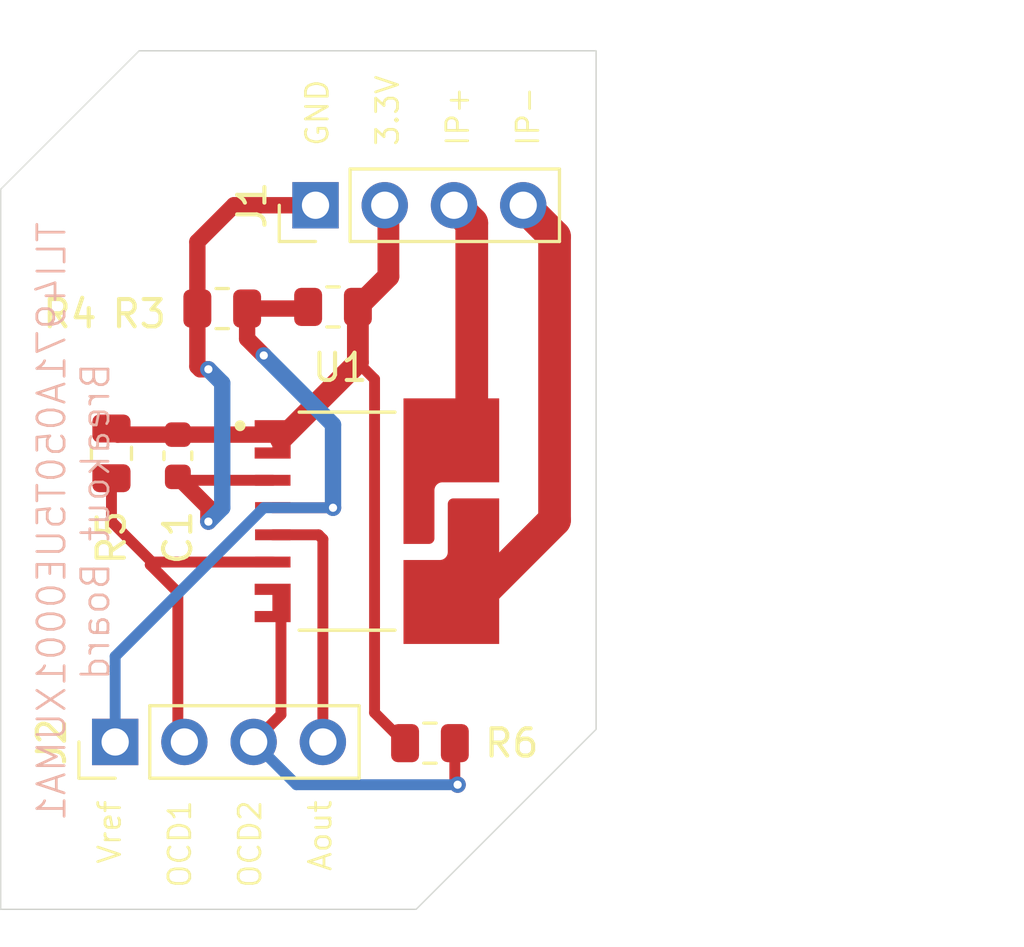
<source format=kicad_pcb>
(kicad_pcb (version 20241229) (generator "pcbnew") (generator_version "9.0")
  (layers (0 "F.Cu" signal) (2 "B.Cu" signal) (13 "F.Paste" user) (15 "B.Paste" user) (5 "F.SilkS" user "F.Silkscreen") (7 "B.SilkS" user "B.Silkscreen") (1 "F.Mask" user) (3 "B.Mask" user) (25 "Edge.Cuts" user))
  (net 0 "")
  (net 1 "GND")
  (net 2 "+3.3V")
  (net 3 "/IP-")
  (net 4 "/IP+")
  (net 5 "/OCD1")
  (net 6 "/AOUT")
  (net 7 "/OCD2")
  (net 8 "/Vref")
  (footprint "Resistor_SMD:R_0805_2012Metric" (layer "F.Cu") (at 139.192 82.04)
    (property "Reference" "R3" (at -7.112 0.256 0) (layer "F.SilkS"))
    (property "Value" "4.7K")
    (fp_line (start -0.227064 -0.735) (end 0.227064 -0.735) (stroke (width 0.12)) (layer "F.SilkS"))
    (fp_line (start -0.227064 0.735) (end 0.227064 0.735) (stroke (width 0.12)) (layer "F.SilkS"))
    (pad "1" smd roundrect (at -0.9125 0) (size 1.025 1.4) (layers "F.Cu" "F.Mask" "F.Paste") (roundrect_rratio 0.243902) (net 8 "/Vref"))
    (pad "2" smd roundrect (at 0.9125 0) (size 1.025 1.4) (layers "F.Cu" "F.Mask" "F.Paste") (roundrect_rratio 0.243902) (net 2 "+3.3V"))
  )
  (footprint "Connector_PinHeader_2.54mm:PinHeader_1x04_P2.54mm_Vertical" (layer "F.Cu") (at 131.2 98 90)
    (property "Reference" "J2" (at 0 -2.33 90) (layer "F.SilkS"))
    (property "Value" "Conn_01x04_Socket")
    (fp_line (start -1.33 -1.33) (end 0 -1.33) (stroke (width 0.12)) (layer "F.SilkS"))
    (fp_line (start -1.33 0) (end -1.33 -1.33) (stroke (width 0.12)) (layer "F.SilkS"))
    (fp_line (start 1.33 1.27) (end 1.33 8.95) (stroke (width 0.12)) (layer "F.SilkS"))
    (fp_line (start -1.33 1.27) (end 1.33 1.27) (stroke (width 0.12)) (layer "F.SilkS"))
    (fp_line (start -1.33 1.27) (end -1.33 8.95) (stroke (width 0.12)) (layer "F.SilkS"))
    (fp_line (start -1.33 8.95) (end 1.33 8.95) (stroke (width 0.12)) (layer "F.SilkS"))
    (pad "1" thru_hole rect (at 0 0 90) (size 1.7 1.7) (drill 1) (layers "*.Cu" "*.Mask") (net 8 "/Vref"))
    (pad "2" thru_hole oval (at 0 2.54 90) (size 1.7 1.7) (drill 1) (layers "*.Cu" "*.Mask") (net 5 "/OCD1"))
    (pad "3" thru_hole oval (at 0 5.08 90) (size 1.7 1.7) (drill 1) (layers "*.Cu" "*.Mask") (net 7 "/OCD2"))
    (pad "4" thru_hole oval (at 0 7.62 90) (size 1.7 1.7) (drill 1) (layers "*.Cu" "*.Mask") (net 6 "/AOUT"))
  )
  (footprint "Resistor_SMD:R_0805_2012Metric" (layer "F.Cu") (at 135.128 82.1)
    (property "Reference" "R4" (at -5.588 0.196 0) (layer "F.SilkS"))
    (property "Value" "4.7K")
    (fp_line (start -0.227064 -0.735) (end 0.227064 -0.735) (stroke (width 0.12)) (layer "F.SilkS"))
    (fp_line (start -0.227064 0.735) (end 0.227064 0.735) (stroke (width 0.12)) (layer "F.SilkS"))
    (pad "1" smd roundrect (at -0.9125 0) (size 1.025 1.4) (layers "F.Cu" "F.Mask" "F.Paste") (roundrect_rratio 0.243902) (net 1 "GND"))
    (pad "2" smd roundrect (at 0.9125 0) (size 1.025 1.4) (layers "F.Cu" "F.Mask" "F.Paste") (roundrect_rratio 0.243902) (net 8 "/Vref"))
  )
  (footprint "Connector_PinHeader_2.54mm:PinHeader_1x04_P2.54mm_Vertical" (layer "F.Cu") (at 138.55 78.31 90)
    (property "Reference" "J1" (at 0 -2.33 90) (layer "F.SilkS"))
    (property "Value" "Conn_01x04_Socket")
    (fp_line (start -1.33 -1.33) (end 0 -1.33) (stroke (width 0.12)) (layer "F.SilkS"))
    (fp_line (start -1.33 0) (end -1.33 -1.33) (stroke (width 0.12)) (layer "F.SilkS"))
    (fp_line (start 1.33 1.27) (end 1.33 8.95) (stroke (width 0.12)) (layer "F.SilkS"))
    (fp_line (start -1.33 1.27) (end 1.33 1.27) (stroke (width 0.12)) (layer "F.SilkS"))
    (fp_line (start -1.33 1.27) (end -1.33 8.95) (stroke (width 0.12)) (layer "F.SilkS"))
    (fp_line (start -1.33 8.95) (end 1.33 8.95) (stroke (width 0.12)) (layer "F.SilkS"))
    (pad "1" thru_hole rect (at 0 0 90) (size 1.7 1.7) (drill 1) (layers "*.Cu" "*.Mask") (net 1 "GND"))
    (pad "2" thru_hole oval (at 0 2.54 90) (size 1.7 1.7) (drill 1) (layers "*.Cu" "*.Mask") (net 2 "+3.3V"))
    (pad "3" thru_hole oval (at 0 5.08 90) (size 1.7 1.7) (drill 1) (layers "*.Cu" "*.Mask") (net 4 "/IP+"))
    (pad "4" thru_hole oval (at 0 7.62 90) (size 1.7 1.7) (drill 1) (layers "*.Cu" "*.Mask") (net 3 "/IP-"))
  )
  (footprint "Resistor_SMD:R_0805_2012Metric" (layer "F.Cu") (at 131.064 87.4125 -90)
    (property "Reference" "R5" (at 3.0875 0 90) (layer "F.SilkS"))
    (property "Value" "4.7K")
    (fp_line (start -0.227064 0.735) (end 0.227064 0.735) (stroke (width 0.12)) (layer "F.SilkS"))
    (fp_line (start -0.227064 -0.735) (end 0.227064 -0.735) (stroke (width 0.12)) (layer "F.SilkS"))
    (pad "1" smd roundrect (at -0.9125 0 270) (size 1.025 1.4) (layers "F.Cu" "F.Mask" "F.Paste") (roundrect_rratio 0.243902) (net 2 "+3.3V"))
    (pad "2" smd roundrect (at 0.9125 0 270) (size 1.025 1.4) (layers "F.Cu" "F.Mask" "F.Paste") (roundrect_rratio 0.243902) (net 5 "/OCD1"))
  )
  (footprint "Capacitor_SMD:C_0603_1608Metric" (layer "F.Cu") (at 133.5 87.5 -90)
    (property "Reference" "C1" (at 3 0 90) (layer "F.SilkS"))
    (property "Value" "220nF")
    (fp_line (start -0.14058 0.51) (end 0.14058 0.51) (stroke (width 0.12)) (layer "F.SilkS"))
    (fp_line (start -0.14058 -0.51) (end 0.14058 -0.51) (stroke (width 0.12)) (layer "F.SilkS"))
    (pad "1" smd roundrect (at -0.775 0 270) (size 0.9 0.95) (layers "F.Cu" "F.Mask" "F.Paste") (net 2 "+3.3V"))
    (pad "2" smd roundrect (at 0.775 0 270) (size 0.9 0.95) (layers "F.Cu" "F.Mask" "F.Paste") (net 1 "GND"))
  )
  (footprint "Resistor_SMD:R_0805_2012Metric" (layer "F.Cu") (at 142.748 98.044)
    (property "Reference" "R6" (at 3 0 0) (layer "F.SilkS"))
    (property "Value" "4.7K")
    (fp_line (start -0.227064 -0.735) (end 0.227064 -0.735) (stroke (width 0.12)) (layer "F.SilkS"))
    (fp_line (start -0.227064 0.735) (end 0.227064 0.735) (stroke (width 0.12)) (layer "F.SilkS"))
    (pad "1" smd roundrect (at -0.9125 0) (size 1.025 1.4) (layers "F.Cu" "F.Mask" "F.Paste") (roundrect_rratio 0.243902) (net 2 "+3.3V"))
    (pad "2" smd roundrect (at 0.9125 0) (size 1.025 1.4) (layers "F.Cu" "F.Mask" "F.Paste") (roundrect_rratio 0.243902) (net 7 "/OCD2"))
  )
  (footprint "TLI4971A050T5UE0001XUMA1:TLI4971A050T5UE0001XUMA1" (layer "F.Cu") (at 140.7825 89.9)
    (property "Reference" "U1" (at -1.325 -5.635 0) (layer "F.SilkS"))
    (property "Value" "TLI4971A050T5UE0001XUMA1")
    (fp_line (start -2.83 -4) (end 0.68 -4) (stroke (width 0.127)) (layer "F.SilkS"))
    (fp_line (start -2.83 4) (end 0.68 4) (stroke (width 0.127)) (layer "F.SilkS"))
    (fp_circle (center -5 -3.5) (end -4.9 -3.5) (stroke (width 0.2)) (fill no) (layer "F.SilkS"))
    (pad "1" smd custom (at -3.5 -3) (size 0.4 0.4) (layers "F.Cu") (net 2 "+3.3V") (options (clearance outline) (anchor rect)) (primitives (gr_poly (pts (xy 0.35 -0.7) (xy 0.35 0.7) (xy -0.96 0.7) (xy -0.96 0.3) (xy -0.31 0.3) (xy -0.31 -0.3) (xy -0.96 -0.3) (xy -0.96 -0.7)) (width 0.01) (fill yes))))
    (pad "2" smd rect (at -3.8 -1.5) (size 1.3 0.4) (layers "F.Cu" "F.Mask") (net 1 "GND"))
    (pad "3" smd rect (at -3.8 -0.5) (size 1.3 0.4) (layers "F.Cu" "F.Mask") (net 8 "/Vref"))
    (pad "4" smd rect (at -3.8 0.5) (size 1.3 0.4) (layers "F.Cu" "F.Mask") (net 6 "/AOUT"))
    (pad "5" smd rect (at -3.8 1.5) (size 1.3 0.4) (layers "F.Cu" "F.Mask") (net 5 "/OCD1"))
    (pad "6" smd custom (at -3.5 3) (size 0.4 0.4) (layers "F.Cu") (net 7 "/OCD2") (options (clearance outline) (anchor rect)) (primitives (gr_poly (pts (xy 0.35 -0.7) (xy 0.35 0.7) (xy -0.96 0.7) (xy -0.96 0.3) (xy -0.31 0.3) (xy -0.31 -0.3) (xy -0.96 -0.3) (xy -0.96 -0.7)) (width 0.01) (fill yes))))
    (pad "7" smd custom (at 3.5 3) (size 0.4 0.4) (layers "F.Cu") (net 3 "/IP-") (options (clearance outline) (anchor rect)) (primitives (gr_poly (pts (xy 1 1.5) (xy -2.5 1.5) (xy -2.5 -1.57) (xy -1.175 -1.57) (xy -1.159 -1.57) (xy -1.144 -1.572) (xy -1.128 -1.574) (xy -1.113 -1.577) (xy -1.097 -1.58) (xy -1.082 -1.585) (xy -1.067 -1.59) (xy -1.053 -1.596) (xy -1.039 -1.603) (xy -1.025 -1.61) (xy -1.012 -1.618) (xy -0.999 -1.627) (xy -0.986 -1.637) (xy -0.974 -1.647) (xy -0.963 -1.658) (xy -0.952 -1.669) (xy -0.942 -1.681) (xy -0.932 -1.694) (xy -0.923 -1.707) (xy -0.915 -1.72) (xy -0.908 -1.734) (xy -0.901 -1.748) (xy -0.895 -1.762) (xy -0.89 -1.777) (xy -0.885 -1.792) (xy -0.882 -1.808) (xy -0.879 -1.823) (xy -0.877 -1.839) (xy -0.875 -1.854) (xy -0.875 -1.87) (xy -0.875 -3.63) (xy -0.875 -3.64) (xy -0.874 -3.651) (xy -0.873 -3.661) (xy -0.871 -3.672) (xy -0.868 -3.682) (xy -0.865 -3.692) (xy -0.862 -3.702) (xy -0.858 -3.711) (xy -0.853 -3.721) (xy -0.848 -3.73) (xy -0.843 -3.739) (xy -0.837 -3.748) (xy -0.83 -3.756) (xy -0.824 -3.764) (xy -0.816 -3.771) (xy -0.809 -3.779) (xy -0.801 -3.785) (xy -0.793 -3.792) (xy -0.784 -3.798) (xy -0.775 -3.803) (xy -0.766 -3.808) (xy -0.756 -3.813) (xy -0.747 -3.817) (xy -0.737 -3.82) (xy -0.727 -3.823) (xy -0.717 -3.826) (xy -0.706 -3.828) (xy -0.696 -3.829) (xy -0.685 -3.83) (xy -0.675 -3.83) (xy 1 -3.83) (xy 1 1.5)) (width 0.01) (fill yes))))
    (pad "8" smd custom (at 3.5 -3) (size 0.4 0.4) (layers "F.Cu") (net 4 "/IP+") (options (clearance outline) (anchor rect)) (primitives (gr_poly (pts (xy -2.5 -1.5) (xy -2.5 3.83) (xy -1.575 3.83) (xy -1.565 3.83) (xy -1.554 3.829) (xy -1.544 3.828) (xy -1.533 3.826) (xy -1.523 3.823) (xy -1.513 3.82) (xy -1.503 3.817) (xy -1.494 3.813) (xy -1.484 3.808) (xy -1.475 3.803) (xy -1.466 3.798) (xy -1.457 3.792) (xy -1.449 3.785) (xy -1.441 3.779) (xy -1.434 3.771) (xy -1.426 3.764) (xy -1.42 3.756) (xy -1.413 3.748) (xy -1.407 3.739) (xy -1.402 3.73) (xy -1.397 3.721) (xy -1.392 3.711) (xy -1.388 3.702) (xy -1.385 3.692) (xy -1.382 3.682) (xy -1.379 3.672) (xy -1.377 3.661) (xy -1.376 3.651) (xy -1.375 3.64) (xy -1.375 3.63) (xy -1.375 1.87) (xy -1.375 1.854) (xy -1.373 1.839) (xy -1.371 1.823) (xy -1.368 1.808) (xy -1.365 1.792) (xy -1.36 1.777) (xy -1.355 1.762) (xy -1.349 1.748) (xy -1.342 1.734) (xy -1.335 1.72) (xy -1.327 1.707) (xy -1.318 1.694) (xy -1.308 1.681) (xy -1.298 1.669) (xy -1.287 1.658) (xy -1.276 1.647) (xy -1.264 1.637) (xy -1.251 1.627) (xy -1.238 1.618) (xy -1.225 1.61) (xy -1.211 1.603) (xy -1.197 1.596) (xy -1.183 1.59) (xy -1.168 1.585) (xy -1.153 1.58) (xy -1.137 1.577) (xy -1.122 1.574) (xy -1.106 1.572) (xy -1.091 1.57) (xy -1.075 1.57) (xy 1 1.57) (xy 1 -1.5) (xy -2.5 -1.5)) (width 0.01) (fill yes))))
  )
  (gr_poly (pts (xy 148.844 72.644) (xy 132.08 72.644) (xy 127 77.724) (xy 127 104.14) (xy 127 104.14) (xy 142.24 104.14) (xy 148.844 97.536)) (stroke (width 0.05)) (fill no) (layer "Edge.Cuts"))
  (gr_text "Vref\n\nOCD1\n\nOCD2\n\nAout" (at 139.192 100.076 90) (layer "F.SilkS") (effects (font (size 0.8 0.8) (thickness 0.1)) (justify right bottom)))
  (gr_text "GND\n\n3.3V\n\nIP+\n\nIP-" (at 146.812 76.2 90) (layer "F.SilkS") (effects (font (size 0.8 0.8) (thickness 0.1)) (justify left bottom)))
  (gr_text "TLI4971A050T5UE0001XUMA1\nBreakout Board" (at 131.064 89.916 90) (layer "B.SilkS") (effects (font (size 1 1) (thickness 0.1)) (justify bottom mirror)))
  (segment (start 135.558 78.31) (end 134.2155 79.6525) (width 0.6) (layer "F.Cu") (net 1))
  (segment (start 134.2155 82.1) (end 134.2155 84.2245) (width 0.6) (layer "F.Cu") (net 1))
  (segment (start 134.2155 79.6525) (end 134.2155 82.1) (width 0.6) (layer "F.Cu") (net 1))
  (segment (start 133.5 88.275) (end 133.625 88.4) (width 0.4) (layer "F.Cu") (net 1))
  (segment (start 133.625 88.4) (end 136.9825 88.4) (width 0.4) (layer "F.Cu") (net 1))
  (segment (start 134.319 84.328) (end 134.62 84.328) (width 0.6) (layer "F.Cu") (net 1))
  (segment (start 134.62 89.916) (end 134.62 89.395) (width 0.6) (layer "F.Cu") (net 1))
  (segment (start 138.55 78.31) (end 135.558 78.31) (width 0.6) (layer "F.Cu") (net 1))
  (segment (start 134.62 89.395) (end 133.5 88.275) (width 0.6) (layer "F.Cu") (net 1))
  (segment (start 134.2155 84.2245) (end 134.319 84.328) (width 0.6) (layer "F.Cu") (net 1))
  (via (at 134.62 84.328) (size 0.6) (drill 0.3) (layers "F.Cu" "B.Cu") (net 1))
  (via (at 134.62 89.916) (size 0.6) (drill 0.3) (layers "F.Cu" "B.Cu") (net 1))
  (segment (start 135.128 84.836) (end 135.128 89.408) (width 0.6) (layer "B.Cu") (net 1))
  (segment (start 135.128 89.408) (end 134.62 89.916) (width 0.6) (layer "B.Cu") (net 1))
  (segment (start 134.62 84.328) (end 135.128 84.836) (width 0.6) (layer "B.Cu") (net 1))
  (segment (start 140.1045 82.04) (end 141.224 80.9205) (width 0.8) (layer "F.Cu") (net 2))
  (segment (start 140.716 96.9245) (end 140.716 84.6895) (width 0.4) (layer "F.Cu") (net 2))
  (segment (start 140.716 84.6895) (end 140.1045 84.078) (width 0.4) (layer "F.Cu") (net 2))
  (segment (start 141.224 80.9205) (end 141.224 78.444) (width 0.8) (layer "F.Cu") (net 2))
  (segment (start 131.289 86.725) (end 131.064 86.5) (width 0.6) (layer "F.Cu") (net 2))
  (segment (start 133.5 86.725) (end 137.1075 86.725) (width 0.6) (layer "F.Cu") (net 2))
  (segment (start 133.5 86.725) (end 131.289 86.725) (width 0.6) (layer "F.Cu") (net 2))
  (segment (start 133.3625 86.5875) (end 133.5 86.725) (width 0.6) (layer "F.Cu") (net 2))
  (segment (start 141.8355 98.044) (end 140.716 96.9245) (width 0.4) (layer "F.Cu") (net 2))
  (segment (start 140.1045 84.078) (end 137.2825 86.9) (width 0.8) (layer "F.Cu") (net 2))
  (segment (start 137.1075 86.725) (end 137.2825 86.9) (width 0.6) (layer "F.Cu") (net 2))
  (segment (start 140.1045 82.04) (end 140.1045 84.078) (width 0.8) (layer "F.Cu") (net 2))
  (segment (start 146.17 78.31) (end 147.32 79.46) (width 1.2) (layer "F.Cu") (net 3))
  (segment (start 147.32 79.46) (end 147.32 89.8625) (width 1.2) (layer "F.Cu") (net 3))
  (segment (start 147.32 89.8625) (end 144.2825 92.9) (width 1.2) (layer "F.Cu") (net 3))
  (segment (start 144.2825 86.9) (end 144.2825 78.9625) (width 1.2) (layer "F.Cu") (net 4))
  (segment (start 144.2825 78.9625) (end 143.63 78.31) (width 1.2) (layer "F.Cu") (net 4))
  (segment (start 132.588 91.4) (end 132.568 91.42) (width 0.4) (layer "F.Cu") (net 5))
  (segment (start 133.5 92.512) (end 133.5 97.76) (width 0.4) (layer "F.Cu") (net 5))
  (segment (start 133.5 97.76) (end 133.74 98) (width 0.4) (layer "F.Cu") (net 5))
  (segment (start 132.488 91.5) (end 133.5 92.512) (width 0.4) (layer "F.Cu") (net 5))
  (segment (start 132.568 91.42) (end 131.064 89.916) (width 0.4) (layer "F.Cu") (net 5))
  (segment (start 132.488 91.5) (end 132.568 91.42) (width 0.4) (layer "F.Cu") (net 5))
  (segment (start 131.064 89.916) (end 131.064 88.325) (width 0.4) (layer "F.Cu") (net 5))
  (segment (start 136.9825 91.4) (end 132.588 91.4) (width 0.4) (layer "F.Cu") (net 5))
  (segment (start 138.66 90.4) (end 138.82 90.56) (width 0.4) (layer "F.Cu") (net 6))
  (segment (start 138.82 90.56) (end 138.82 98) (width 0.4) (layer "F.Cu") (net 6))
  (segment (start 136.9825 90.4) (end 138.66 90.4) (width 0.4) (layer "F.Cu") (net 6))
  (segment (start 137.2825 96.9975) (end 136.28 98) (width 0.4) (layer "F.Cu") (net 7))
  (segment (start 143.6605 99.4645) (end 143.764 99.568) (width 0.4) (layer "F.Cu") (net 7))
  (segment (start 137.2825 92.9) (end 137.2825 96.9975) (width 0.4) (layer "F.Cu") (net 7))
  (segment (start 143.6605 98.044) (end 143.6605 99.4645) (width 0.4) (layer "F.Cu") (net 7))
  (via (at 143.764 99.568) (size 0.6) (drill 0.3) (layers "F.Cu" "B.Cu") (net 7))
  (segment (start 136.28 98) (end 137.848 99.568) (width 0.4) (layer "B.Cu") (net 7))
  (segment (start 137.848 99.568) (end 143.764 99.568) (width 0.4) (layer "B.Cu") (net 7))
  (segment (start 139.192 89.408) (end 136.9905 89.408) (width 0.4) (layer "F.Cu") (net 8))
  (segment (start 136.0405 82.1) (end 138.2195 82.1) (width 0.6) (layer "F.Cu") (net 8))
  (segment (start 136.0405 82.1) (end 136.0405 83.2085) (width 0.6) (layer "F.Cu") (net 8))
  (segment (start 138.2195 82.1) (end 138.2795 82.04) (width 0.6) (layer "F.Cu") (net 8))
  (segment (start 136.0405 83.2085) (end 136.652 83.82) (width 0.6) (layer "F.Cu") (net 8))
  (via (at 139.192 89.408) (size 0.6) (drill 0.3) (layers "F.Cu" "B.Cu") (net 8))
  (via (at 136.652 83.82) (size 0.6) (drill 0.3) (layers "F.Cu" "B.Cu") (net 8))
  (segment (start 139.192 86.36) (end 139.192 89.408) (width 0.6) (layer "B.Cu") (net 8))
  (segment (start 139.192 89.408) (end 136.652 89.408) (width 0.4) (layer "B.Cu") (net 8))
  (segment (start 136.652 89.408) (end 131.2 94.86) (width 0.4) (layer "B.Cu") (net 8))
  (segment (start 131.2 94.86) (end 131.2 98) (width 0.4) (layer "B.Cu") (net 8))
  (segment (start 136.652 83.82) (end 139.192 86.36) (width 0.6) (layer "B.Cu") (net 8))
)
</source>
